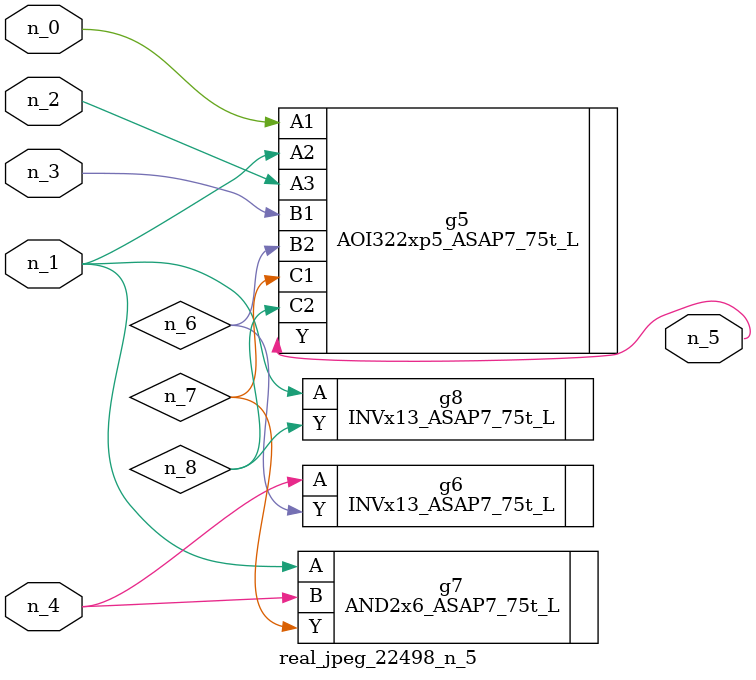
<source format=v>
module real_jpeg_22498_n_5 (n_4, n_0, n_1, n_2, n_3, n_5);

input n_4;
input n_0;
input n_1;
input n_2;
input n_3;

output n_5;

wire n_8;
wire n_6;
wire n_7;

AOI322xp5_ASAP7_75t_L g5 ( 
.A1(n_0),
.A2(n_1),
.A3(n_2),
.B1(n_3),
.B2(n_6),
.C1(n_7),
.C2(n_8),
.Y(n_5)
);

AND2x6_ASAP7_75t_L g7 ( 
.A(n_1),
.B(n_4),
.Y(n_7)
);

INVx13_ASAP7_75t_L g8 ( 
.A(n_1),
.Y(n_8)
);

INVx13_ASAP7_75t_L g6 ( 
.A(n_4),
.Y(n_6)
);


endmodule
</source>
